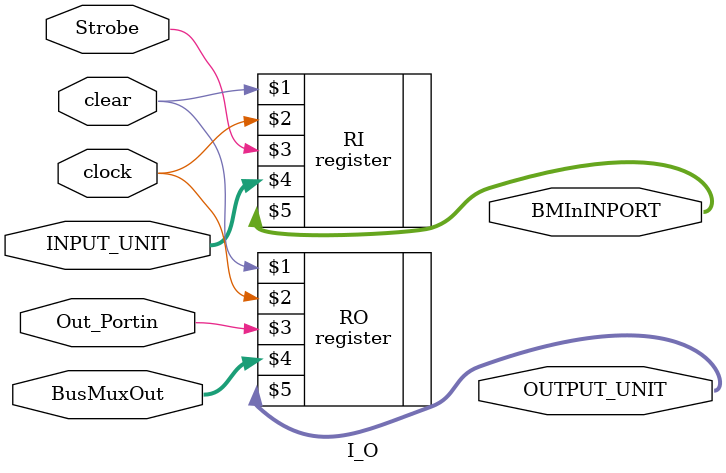
<source format=v>
module I_O(input clear, clock, Out_Portin, Strobe, 
	input [31:0] BusMuxOut, INPUT_UNIT,
	output [31:0] OUTPUT_UNIT, BMInINPORT
	);


	register RO(clear, clock, Out_Portin, BusMuxOut, OUTPUT_UNIT); 
	register RI(clear, clock, Strobe, INPUT_UNIT, BMInINPORT); 
	
	
endmodule 

</source>
